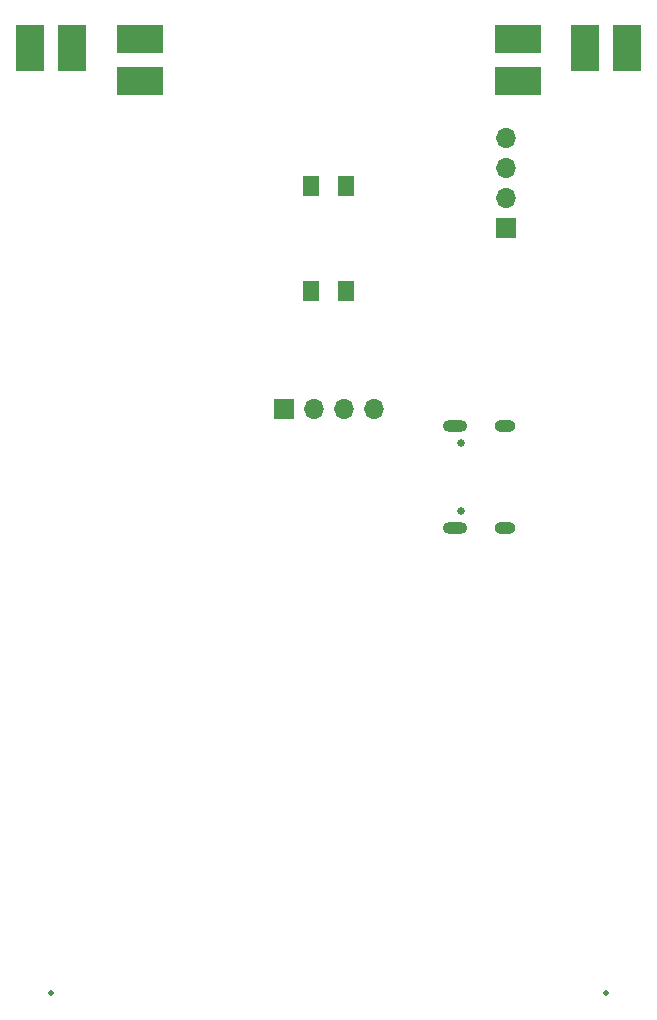
<source format=gbs>
G04 #@! TF.GenerationSoftware,KiCad,Pcbnew,7.0.1-3b83917a11~172~ubuntu22.04.1*
G04 #@! TF.CreationDate,2023-04-17T14:06:39+02:00*
G04 #@! TF.ProjectId,AcousticDetection_HW,41636f75-7374-4696-9344-657465637469,rev?*
G04 #@! TF.SameCoordinates,Original*
G04 #@! TF.FileFunction,Soldermask,Bot*
G04 #@! TF.FilePolarity,Negative*
%FSLAX46Y46*%
G04 Gerber Fmt 4.6, Leading zero omitted, Abs format (unit mm)*
G04 Created by KiCad (PCBNEW 7.0.1-3b83917a11~172~ubuntu22.04.1) date 2023-04-17 14:06:39*
%MOMM*%
%LPD*%
G01*
G04 APERTURE LIST*
G04 Aperture macros list*
%AMRoundRect*
0 Rectangle with rounded corners*
0 $1 Rounding radius*
0 $2 $3 $4 $5 $6 $7 $8 $9 X,Y pos of 4 corners*
0 Add a 4 corners polygon primitive as box body*
4,1,4,$2,$3,$4,$5,$6,$7,$8,$9,$2,$3,0*
0 Add four circle primitives for the rounded corners*
1,1,$1+$1,$2,$3*
1,1,$1+$1,$4,$5*
1,1,$1+$1,$6,$7*
1,1,$1+$1,$8,$9*
0 Add four rect primitives between the rounded corners*
20,1,$1+$1,$2,$3,$4,$5,0*
20,1,$1+$1,$4,$5,$6,$7,0*
20,1,$1+$1,$6,$7,$8,$9,0*
20,1,$1+$1,$8,$9,$2,$3,0*%
G04 Aperture macros list end*
%ADD10C,0.500000*%
%ADD11C,0.650000*%
%ADD12O,2.100000X1.000000*%
%ADD13O,1.800000X1.000000*%
%ADD14R,1.700000X1.700000*%
%ADD15O,1.700000X1.700000*%
%ADD16R,2.400000X4.000000*%
%ADD17R,4.000000X2.400000*%
%ADD18RoundRect,0.250001X0.462499X0.624999X-0.462499X0.624999X-0.462499X-0.624999X0.462499X-0.624999X0*%
G04 APERTURE END LIST*
D10*
X129268000Y-136360000D03*
D11*
X164001500Y-95602000D03*
X164001500Y-89822000D03*
D12*
X163501500Y-97032000D03*
D13*
X167681500Y-97032000D03*
D12*
X163501500Y-88392000D03*
D13*
X167681500Y-88392000D03*
D10*
X176268000Y-136360000D03*
D14*
X167788000Y-71632000D03*
D15*
X167788000Y-69092000D03*
X167788000Y-66552000D03*
X167788000Y-64012000D03*
D14*
X148961500Y-86928000D03*
D15*
X151501500Y-86928000D03*
X154041500Y-86928000D03*
X156581500Y-86928000D03*
D16*
X127468000Y-56360000D03*
X131068000Y-56360000D03*
D17*
X136761500Y-55596000D03*
X136761500Y-59196000D03*
D18*
X154226500Y-76966000D03*
X151251500Y-76966000D03*
D17*
X168761500Y-55596000D03*
X168761500Y-59196000D03*
D18*
X154226500Y-68076000D03*
X151251500Y-68076000D03*
D16*
X178068000Y-56360000D03*
X174468000Y-56360000D03*
M02*

</source>
